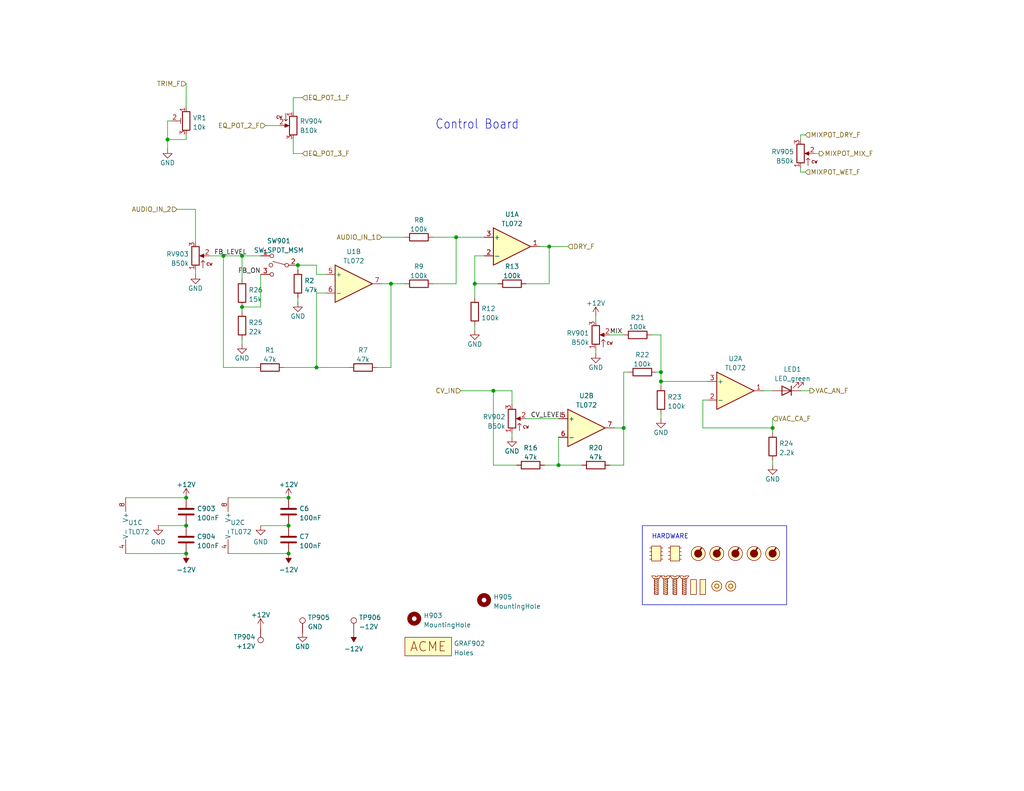
<source format=kicad_sch>
(kicad_sch (version 20230121) (generator eeschema)
  (paper "USLetter")
  (title_block (title "Spring Reverb Rev 2") (company "Music Thing Modular") (comment 1 "Kosmo version by Rich Holmes"))
  (lib_symbols
    (symbol "AO_symbols:C" (pin_numbers hide) (pin_names (offset 0.254))
      (property "Reference" "C" (at 0.635 2.54 0))
      (property "Value" "C" (at 0.635 -2.54 0))
      (symbol "C_0_1"
        (polyline (pts (xy -2.032 -0.762) (xy 2.032 -0.762)) (stroke (width 0.508)))
        (polyline (pts (xy -2.032 0.762) (xy 2.032 0.762)) (stroke (width 0.508)))
      )
      (symbol "C_1_1"
        (pin passive line (at 0 3.81 270) (length 2.794) (name "~") (number "1"))
        (pin passive line (at 0 -3.81 90) (length 2.794) (name "~") (number "2"))
      )
    )
    (symbol "AO_symbols:DIP-8"
      (symbol "DIP-8_0_1"
        (rectangle (start -1.27 2.032) (end 1.27 -2.032) (fill (type background)))
        (polyline (pts (xy -1.27 -1.524) (xy -1.778 -1.524)))
        (polyline (pts (xy -1.27 -0.508) (xy -1.778 -0.508)))
        (polyline (pts (xy -1.27 0.508) (xy -1.778 0.508)))
        (polyline (pts (xy -1.27 1.524) (xy -1.778 1.524)))
        (polyline (pts (xy 1.778 -1.524) (xy 1.27 -1.524)))
        (polyline (pts (xy 1.778 -0.508) (xy 1.27 -0.508)))
        (polyline (pts (xy 1.778 0.508) (xy 1.27 0.508)))
        (polyline (pts (xy 1.778 1.524) (xy 1.27 1.524)))
      )
    )
    (symbol "AO_symbols:Graphic" (pin_names (offset 1.016)) (in_bom no)
      (property "Reference" "GRAF" (at 0 -3.81 0))
      (property "Value" "Graphic" (at 0 3.81 0))
      (symbol "Graphic_0_0"
        (rectangle (start -6.35 2.54) (end 6.35 -2.54) (fill (type background)))
        (text "ACME" (at 0 0 0) (effects (font (size 2.54 2.54))))
      )
    )
    (symbol "AO_symbols:Knob" (on_board no)
      (symbol "Knob_0_1"
        (polyline (pts (xy 0 0.127) (xy 0.889 1.524)) (stroke (width 0.381)))
        (circle (center 0 0) (radius 1.016) (fill (type outline)))
        (circle (center 0 0) (radius 1.9092) (fill (type background)))
      )
    )
    (symbol "AO_symbols:LED_green" (pin_numbers hide) (pin_names (offset 1.016) hide)
      (property "Reference" "D" (at 0 2.54 0))
      (property "Value" "LED_green" (at 0 -2.54 0))
      (symbol "LED_green_0_1"
        (polyline (pts (xy -1.27 -1.27) (xy -1.27 1.27)) (stroke (width 0.254)))
        (polyline (pts (xy -1.27 0) (xy 1.27 0)))
        (polyline (pts (xy 1.27 -1.27) (xy 1.27 1.27) (xy -1.27 0) (xy 1.27 -1.27)) (stroke (width 0.254)))
        (polyline (pts (xy -3.048 -0.762) (xy -4.572 -2.286) (xy -3.81 -2.286) (xy -4.572 -2.286) (xy -4.572 -1.524)))
        (polyline (pts (xy -1.778 -0.762) (xy -3.302 -2.286) (xy -2.54 -2.286) (xy -3.302 -2.286) (xy -3.302 -1.524)))
      )
      (symbol "LED_green_1_1"
        (pin passive line (at -3.81 0 0) (length 2.54) (name "K") (number "1"))
        (pin passive line (at 3.81 0 180) (length 2.54) (name "A") (number "2"))
      )
    )
    (symbol "AO_symbols:MountingHole" (pin_names (offset 1.016)) (in_bom no)
      (property "Reference" "H" (at 0 5.08 0))
      (property "Value" "MountingHole" (at 0 3.175 0))
      (symbol "MountingHole_0_1"
        (circle (center 0 0) (radius 1.27) (stroke (width 1.27)))
      )
    )
    (symbol "AO_symbols:R" (pin_numbers hide) (pin_names (offset 0))
      (property "Reference" "R" (at 2.032 0 90))
      (property "Value" "R" (at 0 0 90))
      (symbol "R_0_1"
        (rectangle (start -1.016 -2.54) (end 1.016 2.54) (stroke (width 0.254)))
      )
      (symbol "R_1_1"
        (pin passive line (at 0 3.81 270) (length 1.27) (name "~") (number "1"))
        (pin passive line (at 0 -3.81 90) (length 1.27) (name "~") (number "2"))
      )
    )
    (symbol "AO_symbols:R_POT" (pin_names (offset 1.016) hide)
      (property "Reference" "RV" (at -4.445 0 90))
      (property "Value" "R_POT" (at -2.54 0 90))
      (symbol "R_POT_0_0"
        (text "CW" (at 3.81 -2.286 0) (effects (font (size 0.762 0.762))))
      )
      (symbol "R_POT_0_1"
        (rectangle (start -1.016 2.54) (end 1.016 -2.54) (stroke (width 0.254)))
        (polyline (pts (xy 2.032 -3.302) (xy 2.032 -1.27)) (stroke (width 0.1524)))
        (polyline (pts (xy 2.54 0) (xy 1.524 0)))
        (polyline (pts (xy 2.54 -1.778) (xy 2.032 -1.27) (xy 1.524 -1.778)) (stroke (width 0.1524)))
        (polyline (pts (xy 1.143 0) (xy 2.286 -0.508) (xy 2.286 0.508) (xy 1.143 0)) (fill (type outline)))
      )
      (symbol "R_POT_1_1"
        (pin passive line (at 0 -3.81 90) (length 1.27) (name "1") (number "1"))
        (pin passive line (at 3.81 0 180) (length 1.27) (name "2") (number "2"))
        (pin passive line (at 0 3.81 270) (length 1.27) (name "3") (number "3"))
      )
    )
    (symbol "AO_symbols:R_POT_TRIM_3296W" (pin_names (offset 1.016) hide)
      (property "Reference" "RV" (at -4.445 0 90))
      (property "Value" "R_POT_TRIM_3296W" (at -2.54 0 90))
      (symbol "R_POT_TRIM_3296W_0_1"
        (polyline (pts (xy 1.524 0.762) (xy 1.524 -0.762)))
        (polyline (pts (xy 2.54 0) (xy 1.524 0)))
        (rectangle (start 1.016 2.54) (end -1.016 -2.54) (stroke (width 0.254)))
      )
      (symbol "R_POT_TRIM_3296W_1_1"
        (pin passive line (at 0 3.81 270) (length 1.27) (name "1") (number "1"))
        (pin passive line (at 3.81 0 180) (length 1.27) (name "2") (number "2"))
        (pin passive line (at 0 -3.81 90) (length 1.27) (name "3") (number "3"))
      )
    )
    (symbol "AO_symbols:SW_SPDT_MSM" (pin_names (offset 0) hide)
      (property "Reference" "SW" (at 0 5.08 0))
      (property "Value" "SW_SPDT_MSM" (at 0 -5.08 0))
      (symbol "SW_SPDT_MSM_0_0"
        (circle (center -2.032 0) (radius 0.508))
        (polyline (pts (xy -1.524 0.127) (xy 1.778 1.016)))
        (circle (center 2.032 -2.54) (radius 0.508))
      )
      (symbol "SW_SPDT_MSM_0_1"
        (circle (center 2.032 2.54) (radius 0.508))
        (circle (center 2.286 0) (radius 0.508))
      )
      (symbol "SW_SPDT_MSM_1_1"
        (pin passive line (at 5.08 2.54 180) (length 2.54) (name "1") (number "1"))
        (pin passive line (at -5.08 0 0) (length 2.54) (name "2") (number "2"))
        (pin passive line (at 5.08 -2.54 180) (length 2.54) (name "3") (number "3"))
      )
    )
    (symbol "AO_symbols:Screw" (on_board no)
      (symbol "Screw_0_1"
        (polyline (pts (xy -0.508 2.032) (xy -0.508 -2.286) (xy 0.508 -2.286) (xy 0.508 2.032)) (fill (type background)))
        (polyline (pts (xy -1.27 2.794) (xy -0.254 2.794) (xy -0.254 2.54) (xy 0.254 2.54) (xy 0.254 2.794) (xy 1.27 2.794) (xy 0.762 2.032) (xy -0.762 2.032) (xy -1.27 2.794)) (fill (type background)))
        (polyline (pts (xy 0.508 2.032) (xy -0.508 1.524) (xy -0.508 1.016) (xy 0.508 1.524) (xy 0.508 1.016) (xy -0.508 0.508) (xy -0.508 0) (xy 0.508 0.508) (xy 0.508 0) (xy -0.508 -0.508) (xy -0.508 -1.016) (xy 0.508 -0.508) (xy 0.508 -1.016) (xy -0.508 -1.524) (xy -0.508 -2.032) (xy 0.508 -1.524) (xy 0.508 -2.032) (xy 0 -2.286)))
      )
    )
    (symbol "AO_symbols:Spacer" (on_board no)
      (symbol "Spacer_0_1"
        (rectangle (start -0.762 1.778) (end 0.762 -2.286) (fill (type background)))
      )
    )
    (symbol "AO_symbols:TL072" (pin_names (offset 0.127))
      (property "Reference" "U" (at 0 5.08 0))
      (property "Value" "TL072" (at 0 -5.08 0))
      (symbol "TL072_1_1"
        (polyline (pts (xy -5.08 5.08) (xy 5.08 0) (xy -5.08 -5.08) (xy -5.08 5.08)) (stroke (width 0.254)) (fill (type background)))
        (pin output line (at 7.62 0 180) (length 2.54) (name "~") (number "1"))
        (pin input line (at -7.62 -2.54 0) (length 2.54) (name "-") (number "2"))
        (pin input line (at -7.62 2.54 0) (length 2.54) (name "+") (number "3"))
      )
      (symbol "TL072_2_1"
        (polyline (pts (xy -5.08 5.08) (xy 5.08 0) (xy -5.08 -5.08) (xy -5.08 5.08)) (stroke (width 0.254)) (fill (type background)))
        (pin input line (at -7.62 2.54 0) (length 2.54) (name "+") (number "5"))
        (pin input line (at -7.62 -2.54 0) (length 2.54) (name "-") (number "6"))
        (pin output line (at 7.62 0 180) (length 2.54) (name "~") (number "7"))
      )
      (symbol "TL072_3_1"
        (pin power_in line (at -2.54 -7.62 90) (length 3.81) (name "V-") (number "4"))
        (pin power_in line (at -2.54 7.62 270) (length 3.81) (name "V+") (number "8"))
      )
    )
    (symbol "AO_symbols:TestPoint" (pin_numbers hide) (pin_names (offset 0.762) hide) (in_bom no)
      (property "Reference" "TP" (at 0 6.858 0))
      (property "Value" "TestPoint" (at 0 5.08 0))
      (symbol "TestPoint_0_1"
        (circle (center 0 3.302) (radius 0.762))
      )
      (symbol "TestPoint_1_1"
        (pin passive line (at 0 0 90) (length 2.54) (name "1") (number "1"))
      )
    )
    (symbol "AO_symbols:Washer" (on_board no)
      (symbol "Washer_0_1"
        (circle (center 0 0) (radius 0.568))
        (circle (center 0 0) (radius 1.3678) (fill (type background)))
      )
    )
    (symbol "power:+12V" (power) (pin_names (offset 0))
      (property "Value" "+12V" (at 0 3.556 0))
      (symbol "+12V_0_1"
        (polyline (pts (xy -0.762 1.27) (xy 0 2.54)))
        (polyline (pts (xy 0 0) (xy 0 2.54)))
        (polyline (pts (xy 0 2.54) (xy 0.762 1.27)))
      )
      (symbol "+12V_1_1"
        (pin power_in line (at 0 0 90) (length 0) hide (name "+12V") (number "1"))
      )
    )
    (symbol "power:-12V" (power) (pin_names (offset 0))
      (property "Value" "-12V" (at 0 3.81 0))
      (symbol "-12V_0_0"
        (pin power_in line (at 0 0 90) (length 0) hide (name "-12V") (number "1"))
      )
      (symbol "-12V_0_1"
        (polyline (pts (xy 0 0) (xy 0 1.27) (xy 0.762 1.27) (xy 0 2.54) (xy -0.762 1.27) (xy 0 1.27)) (fill (type outline)))
      )
    )
    (symbol "power:GND" (power) (pin_names (offset 0))
      (property "Value" "GND" (at 0 -3.81 0))
      (symbol "GND_0_1"
        (polyline (pts (xy 0 0) (xy 0 -1.27) (xy 1.27 -1.27) (xy 0 -2.54) (xy -1.27 -1.27) (xy 0 -1.27)))
      )
      (symbol "GND_1_1"
        (pin power_in line (at 0 0 270) (length 0) hide (name "GND") (number "1"))
      )
    )
  )
  (junction (at 50.8 143.51))
  (junction (at 45.72 38.1))
  (junction (at 78.74 143.51))
  (junction (at 78.74 151.13))
  (junction (at 170.18 116.84))
  (junction (at 180.34 101.6))
  (junction (at 66.04 83.82))
  (junction (at 78.74 135.89))
  (junction (at 134.62 106.68))
  (junction (at 124.46 64.77))
  (junction (at 180.34 104.14))
  (junction (at 149.86 67.31))
  (junction (at 50.8 135.89))
  (junction (at 129.54 77.47))
  (junction (at 86.36 100.33))
  (junction (at 81.28 72.39))
  (junction (at 106.68 77.47))
  (junction (at 66.04 69.85))
  (junction (at 60.96 69.85))
  (junction (at 210.82 116.84))
  (junction (at 50.8 151.13))
  (junction (at 152.4 127))
  (wire (pts (xy 124.46 64.77) (xy 132.08 64.77)))
  (wire (pts (xy 34.29 151.13) (xy 50.8 151.13)))
  (wire (pts (xy 166.37 91.44) (xy 170.18 91.44)))
  (wire (pts (xy 43.18 143.51) (xy 50.8 143.51)))
  (wire (pts (xy 80.01 41.91) (xy 80.01 38.1)))
  (wire (pts (xy 219.71 36.83) (xy 218.44 36.83)))
  (wire (pts (xy 71.12 143.51) (xy 78.74 143.51)))
  (wire (pts (xy 134.62 106.68) (xy 134.62 127)))
  (wire (pts (xy 129.54 69.85) (xy 132.08 69.85)))
  (wire (pts (xy 86.36 80.01) (xy 88.9 80.01)))
  (wire (pts (xy 222.25 41.91) (xy 223.52 41.91)))
  (wire (pts (xy 60.96 100.33) (xy 69.85 100.33)))
  (wire (pts (xy 139.7 110.49) (xy 139.7 106.68)))
  (wire (pts (xy 102.87 100.33) (xy 106.68 100.33)))
  (wire (pts (xy 152.4 127) (xy 158.75 127)))
  (wire (pts (xy 124.46 77.47) (xy 124.46 64.77)))
  (wire (pts (xy 62.23 135.89) (xy 78.74 135.89)))
  (wire (pts (xy 50.8 36.83) (xy 50.8 38.1)))
  (wire (pts (xy 162.56 86.36) (xy 162.56 87.63)))
  (wire (pts (xy 148.59 127) (xy 152.4 127)))
  (wire (pts (xy 60.96 100.33) (xy 60.96 69.85)))
  (wire (pts (xy 80.01 26.67) (xy 80.01 30.48)))
  (wire (pts (xy 167.64 116.84) (xy 170.18 116.84)))
  (wire (pts (xy 57.15 69.85) (xy 60.96 69.85)))
  (wire (pts (xy 53.34 73.66) (xy 53.34 74.93)))
  (wire (pts (xy 45.72 38.1) (xy 50.8 38.1)))
  (wire (pts (xy 152.4 119.38) (xy 152.4 127)))
  (wire (pts (xy 46.99 33.02) (xy 45.72 33.02)))
  (wire (pts (xy 34.29 135.89) (xy 50.8 135.89)))
  (wire (pts (xy 134.62 106.68) (xy 125.73 106.68)))
  (wire (pts (xy 53.34 57.15) (xy 53.34 66.04)))
  (wire (pts (xy 82.55 41.91) (xy 80.01 41.91)))
  (wire (pts (xy 129.54 77.47) (xy 129.54 69.85)))
  (wire (pts (xy 139.7 106.68) (xy 134.62 106.68)))
  (wire (pts (xy 180.34 91.44) (xy 180.34 101.6)))
  (wire (pts (xy 106.68 77.47) (xy 110.49 77.47)))
  (wire (pts (xy 179.07 101.6) (xy 180.34 101.6)))
  (wire (pts (xy 62.23 151.13) (xy 78.74 151.13)))
  (wire (pts (xy 106.68 100.33) (xy 106.68 77.47)))
  (wire (pts (xy 118.11 77.47) (xy 124.46 77.47)))
  (wire (pts (xy 180.34 113.03) (xy 180.34 114.3)))
  (wire (pts (xy 129.54 77.47) (xy 129.54 81.28)))
  (wire (pts (xy 191.77 116.84) (xy 210.82 116.84)))
  (wire (pts (xy 143.51 114.3) (xy 152.4 114.3)))
  (wire (pts (xy 50.8 22.86) (xy 50.8 29.21)))
  (wire (pts (xy 210.82 114.3) (xy 210.82 116.84)))
  (wire (pts (xy 218.44 106.68) (xy 220.98 106.68)))
  (wire (pts (xy 149.86 77.47) (xy 149.86 67.31)))
  (wire (pts (xy 129.54 88.9) (xy 129.54 90.17)))
  (wire (pts (xy 218.44 46.99) (xy 219.71 46.99)))
  (wire (pts (xy 48.26 57.15) (xy 53.34 57.15)))
  (wire (pts (xy 180.34 104.14) (xy 180.34 105.41)))
  (wire (pts (xy 143.51 77.47) (xy 149.86 77.47)))
  (wire (pts (xy 218.44 45.72) (xy 218.44 46.99)))
  (wire (pts (xy 170.18 101.6) (xy 171.45 101.6)))
  (wire (pts (xy 180.34 104.14) (xy 193.04 104.14)))
  (wire (pts (xy 45.72 33.02) (xy 45.72 38.1)))
  (wire (pts (xy 86.36 72.39) (xy 81.28 72.39)))
  (wire (pts (xy 77.47 100.33) (xy 86.36 100.33)))
  (wire (pts (xy 86.36 80.01) (xy 86.36 100.33)))
  (wire (pts (xy 66.04 83.82) (xy 66.04 85.09)))
  (wire (pts (xy 218.44 36.83) (xy 218.44 38.1)))
  (wire (pts (xy 139.7 118.11) (xy 139.7 119.38)))
  (wire (pts (xy 81.28 72.39) (xy 81.28 73.66)))
  (wire (pts (xy 71.12 69.85) (xy 66.04 69.85)))
  (wire (pts (xy 210.82 125.73) (xy 210.82 127)))
  (wire (pts (xy 208.28 106.68) (xy 210.82 106.68)))
  (wire (pts (xy 82.55 26.67) (xy 80.01 26.67)))
  (wire (pts (xy 81.28 81.28) (xy 81.28 82.55)))
  (wire (pts (xy 129.54 77.47) (xy 135.89 77.47)))
  (wire (pts (xy 149.86 67.31) (xy 154.94 67.31)))
  (wire (pts (xy 71.12 83.82) (xy 71.12 74.93)))
  (wire (pts (xy 86.36 100.33) (xy 95.25 100.33)))
  (wire (pts (xy 86.36 74.93) (xy 86.36 72.39)))
  (wire (pts (xy 66.04 92.71) (xy 66.04 93.98)))
  (wire (pts (xy 180.34 101.6) (xy 180.34 104.14)))
  (wire (pts (xy 60.96 69.85) (xy 66.04 69.85)))
  (wire (pts (xy 72.39 34.29) (xy 76.2 34.29)))
  (wire (pts (xy 170.18 101.6) (xy 170.18 116.84)))
  (wire (pts (xy 166.37 127) (xy 170.18 127)))
  (wire (pts (xy 66.04 83.82) (xy 71.12 83.82)))
  (wire (pts (xy 177.8 91.44) (xy 180.34 91.44)))
  (wire (pts (xy 66.04 69.85) (xy 66.04 76.2)))
  (wire (pts (xy 88.9 74.93) (xy 86.36 74.93)))
  (wire (pts (xy 106.68 77.47) (xy 104.14 77.47)))
  (wire (pts (xy 162.56 95.25) (xy 162.56 96.52)))
  (wire (pts (xy 149.86 67.31) (xy 147.32 67.31)))
  (wire (pts (xy 191.77 109.22) (xy 191.77 116.84)))
  (wire (pts (xy 134.62 127) (xy 140.97 127)))
  (wire (pts (xy 210.82 116.84) (xy 210.82 118.11)))
  (wire (pts (xy 118.11 64.77) (xy 124.46 64.77)))
  (wire (pts (xy 191.77 109.22) (xy 193.04 109.22)))
  (wire (pts (xy 104.14 64.77) (xy 110.49 64.77)))
  (wire (pts (xy 45.72 38.1) (xy 45.72 40.64)))
  (wire (pts (xy 170.18 127) (xy 170.18 116.84)))
  (rectangle (start 175.26 143.51) (end 214.63 165.1))
  (text "HARDWARE" (at 177.8 147.32 0) (effects (font (size 1.27 1.27)) (justify left bottom)))
  (text "Control Board" (at 118.745 35.56 0) (effects (font (size 2.54 2.159)) (justify left bottom)))
  (label "MIX" (at 166.37 91.44 0))
  (label "CV_LEVEL" (at 144.78 114.3 0))
  (label "FB_LEVEL" (at 58.42 69.85 0))
  (label "FB_ON" (at 71.12 74.93 180))
  (hierarchical_label "CV_IN" (shape input) (at 125.73 106.68 180))
  (hierarchical_label "AUDIO_IN_2" (shape input) (at 48.26 57.15 180))
  (hierarchical_label "MIXPOT_MIX_F" (shape output) (at 223.52 41.91 0))
  (hierarchical_label "EQ_POT_2_F" (shape input) (at 72.39 34.29 180))
  (hierarchical_label "AUDIO_IN_1" (shape input) (at 104.14 64.77 180))
  (hierarchical_label "VAC_CA_F" (shape input) (at 210.82 114.3 0))
  (hierarchical_label "TRIM_F" (shape input) (at 50.8 22.86 180))
  (hierarchical_label "VAC_AN_F" (shape output) (at 220.98 106.68 0))
  (hierarchical_label "MIXPOT_DRY_F" (shape input) (at 219.71 36.83 0))
  (hierarchical_label "EQ_POT_1_F" (shape input) (at 82.55 26.67 0))
  (hierarchical_label "MIXPOT_WET_F" (shape input) (at 219.71 46.99 0))
  (hierarchical_label "EQ_POT_3_F" (shape input) (at 82.55 41.91 0))
  (hierarchical_label "DRY_F" (shape input) (at 154.94 67.31 0))
  (symbol (lib_id "AO_symbols:R") (at 144.78 127 90) (unit 1)
    (property "Reference" "R16" (at 144.78 122.2842 90))
    (property "Value" "47k" (at 144.78 124.8211 90))
    (property "Footprint" "AO_tht:R_Axial_DIN0207_L6.3mm_D2.5mm_P10.16mm_Horizontal" (effects hide))
    (property "Vendor" "Tayda" (effects hide))
  )
  (symbol (lib_id "AO_symbols:TL072") (at 96.52 77.47 0) (unit 2)
    (property "Reference" "U1" (at 96.52 68.6902 0))
    (property "Value" "TL072" (at 96.52 71.2271 0))
    (property "Footprint" "AO_tht:DIP-8_W7.62mm_Socket_LongPads" (effects hide))
    (property "Vendor" "Tayda" (effects hide))
    (property "SKU" "A-037" (effects hide))
  )
  (symbol (lib_id "power:GND") (at 162.56 96.52 0) (unit 1)
    (property "Reference" "#SUPPLY015" (effects hide))
    (property "Value" "GND" (at 162.56 100.33 0))
  )
  (symbol (lib_id "AO_symbols:Screw") (at 181.61 160.02 0) (unit 1) (on_board no)
    (property "Reference" "ZSC902" (effects hide))
    (property "Value" "Screw" (effects hide))
    (property "Description" "M3 6 mm screw" (effects hide))
  )
  (symbol (lib_id "AO_symbols:TL072") (at 200.66 106.68 0) (unit 1)
    (property "Reference" "U2" (at 200.66 97.9002 0))
    (property "Value" "TL072" (at 200.66 100.4371 0))
    (property "Footprint" "AO_tht:DIP-8_W7.62mm_Socket_LongPads" (effects hide))
    (property "Vendor" "Tayda" (effects hide))
    (property "SKU" "A-037" (effects hide))
  )
  (symbol (lib_id "power:-12V") (at 50.8 151.13 180) (unit 1)
    (property "Reference" "#PWR0906" (effects hide))
    (property "Value" "-12V" (at 50.8 155.5734 0))
  )
  (symbol (lib_id "AO_symbols:R") (at 114.3 64.77 90) (unit 1)
    (property "Reference" "R8" (at 114.3 60.0542 90))
    (property "Value" "100k" (at 114.3 62.5911 90))
    (property "Footprint" "AO_tht:R_Axial_DIN0207_L6.3mm_D2.5mm_P10.16mm_Horizontal" (effects hide))
    (property "Vendor" "Tayda" (effects hide))
  )
  (symbol (lib_id "AO_symbols:R_POT") (at 53.34 69.85 0) (unit 1)
    (property "Reference" "RV903" (at 51.562 69.3709 0) (effects (justify right)))
    (property "Value" "B50k" (at 51.562 71.9078 0) (effects (justify right)))
    (property "Footprint" "AO_tht:Potentiometer_Alpha_16mm_Single_Vertical" (effects hide))
    (property "Vendor" "Tayda" (effects hide))
  )
  (symbol (lib_id "AO_symbols:R") (at 175.26 101.6 90) (unit 1)
    (property "Reference" "R22" (at 175.26 96.8842 90))
    (property "Value" "100k" (at 175.26 99.4211 90))
    (property "Footprint" "AO_tht:R_Axial_DIN0207_L6.3mm_D2.5mm_P10.16mm_Horizontal" (effects hide))
    (property "Vendor" "Tayda" (effects hide))
  )
  (symbol (lib_id "AO_symbols:R") (at 66.04 88.9 0) (unit 1)
    (property "Reference" "R25" (at 67.818 88.0653 0) (effects (justify left)))
    (property "Value" "22k" (at 67.818 90.6022 0) (effects (justify left)))
    (property "Footprint" "AO_tht:R_Axial_DIN0207_L6.3mm_D2.5mm_P10.16mm_Horizontal" (effects hide))
    (property "Vendor" "Tayda" (effects hide))
  )
  (symbol (lib_id "AO_symbols:R") (at 162.56 127 90) (unit 1)
    (property "Reference" "R20" (at 162.56 122.2842 90))
    (property "Value" "47k" (at 162.56 124.8211 90))
    (property "Footprint" "AO_tht:R_Axial_DIN0207_L6.3mm_D2.5mm_P10.16mm_Horizontal" (effects hide))
    (property "Vendor" "Tayda" (effects hide))
  )
  (symbol (lib_id "AO_symbols:R") (at 173.99 91.44 90) (unit 1)
    (property "Reference" "R21" (at 173.99 86.7242 90))
    (property "Value" "100k" (at 173.99 89.2611 90))
    (property "Footprint" "AO_tht:R_Axial_DIN0207_L6.3mm_D2.5mm_P10.16mm_Horizontal" (effects hide))
    (property "Vendor" "Tayda" (effects hide))
  )
  (symbol (lib_id "AO_symbols:DIP-8") (at 184.15 151.13 0) (unit 1)
    (property "Reference" "J916" (effects hide))
    (property "Value" "DIP-8" (effects hide))
  )
  (symbol (lib_id "AO_symbols:R") (at 81.28 77.47 0) (unit 1)
    (property "Reference" "R2" (at 83.058 76.6353 0) (effects (justify left)))
    (property "Value" "47k" (at 83.058 79.1722 0) (effects (justify left)))
    (property "Footprint" "AO_tht:R_Axial_DIN0207_L6.3mm_D2.5mm_P10.16mm_Horizontal" (effects hide))
    (property "Vendor" "Tayda" (effects hide))
  )
  (symbol (lib_id "power:GND") (at 139.7 119.38 0) (unit 1)
    (property "Reference" "#SUPPLY013" (effects hide))
    (property "Value" "GND" (at 139.7 123.19 0))
  )
  (symbol (lib_id "AO_symbols:R") (at 210.82 121.92 0) (unit 1)
    (property "Reference" "R24" (at 212.598 121.0853 0) (effects (justify left)))
    (property "Value" "2.2k" (at 212.598 123.6222 0) (effects (justify left)))
    (property "Footprint" "AO_tht:R_Axial_DIN0207_L6.3mm_D2.5mm_P10.16mm_Horizontal" (effects hide))
    (property "Vendor" "Tayda" (effects hide))
  )
  (symbol (lib_id "AO_symbols:R_POT") (at 139.7 114.3 0) (unit 1)
    (property "Reference" "RV902" (at 137.922 113.8209 0) (effects (justify right)))
    (property "Value" "B50k" (at 137.922 116.3578 0) (effects (justify right)))
    (property "Footprint" "AO_tht:Potentiometer_Alpha_16mm_Single_Vertical" (effects hide))
    (property "Vendor" "Tayda" (effects hide))
  )
  (symbol (lib_id "AO_symbols:Knob") (at 200.66 151.13 0) (unit 1) (on_board no)
    (property "Reference" "ZKN903" (effects hide))
    (property "Value" "Knob_MF-A01" (effects hide))
    (property "Description" "MF-A01 knob" (effects hide))
  )
  (symbol (lib_id "AO_symbols:R") (at 114.3 77.47 90) (unit 1)
    (property "Reference" "R9" (at 114.3 72.7542 90))
    (property "Value" "100k" (at 114.3 75.2911 90))
    (property "Footprint" "AO_tht:R_Axial_DIN0207_L6.3mm_D2.5mm_P10.16mm_Horizontal" (effects hide))
    (property "Vendor" "Tayda" (effects hide))
  )
  (symbol (lib_id "AO_symbols:R_POT_TRIM_3296W") (at 50.8 33.02 0) (mirror y) (unit 1)
    (property "Reference" "VR1" (at 52.578 32.1853 0) (effects (justify right)))
    (property "Value" "10k" (at 52.578 34.7222 0) (effects (justify right)))
    (property "Footprint" "AO_tht:Potentiometer_Bourns_3362P_Vertical_screw_centered" (effects hide))
    (property "Vendor" "Tayda" (effects hide))
  )
  (symbol (lib_id "AO_symbols:Knob") (at 205.74 151.13 0) (unit 1) (on_board no)
    (property "Reference" "ZKN904" (effects hide))
    (property "Value" "Knob_MF-A01" (effects hide))
    (property "Description" "MF-A01 knob" (effects hide))
  )
  (symbol (lib_id "AO_symbols:R") (at 139.7 77.47 90) (unit 1)
    (property "Reference" "R13" (at 139.7 72.7542 90))
    (property "Value" "100k" (at 139.7 75.2911 90))
    (property "Footprint" "AO_tht:R_Axial_DIN0207_L6.3mm_D2.5mm_P10.16mm_Horizontal" (effects hide))
    (property "Vendor" "Tayda" (effects hide))
  )
  (symbol (lib_id "power:GND") (at 81.28 82.55 0) (unit 1)
    (property "Reference" "#SUPPLY012" (effects hide))
    (property "Value" "GND" (at 81.28 86.36 0))
  )
  (symbol (lib_id "AO_symbols:Screw") (at 179.07 160.02 0) (unit 1) (on_board no)
    (property "Reference" "ZSC901" (effects hide))
    (property "Value" "Screw" (effects hide))
    (property "Description" "M3 6 mm screw" (effects hide))
  )
  (symbol (lib_id "power:-12V") (at 96.52 172.72 180) (unit 1)
    (property "Reference" "#PWR0149" (effects hide))
    (property "Value" "-12V" (at 96.52 177.1634 0))
  )
  (symbol (lib_id "AO_symbols:Knob") (at 210.82 151.13 0) (unit 1) (on_board no)
    (property "Reference" "ZKN905" (effects hide))
    (property "Value" "Knob_MF-A01" (effects hide))
    (property "Description" "MF-A01 knob" (effects hide))
  )
  (symbol (lib_id "AO_symbols:C") (at 50.8 139.7 0) (unit 1)
    (property "Reference" "C903" (at 53.721 138.8653 0) (effects (justify left)))
    (property "Value" "100nF" (at 53.721 141.4022 0) (effects (justify left)))
    (property "Footprint" "AO_tht:C_Disc_D3.0mm_W1.6mm_P2.50mm" (effects hide))
    (property "Vendor" "Tayda" (effects hide))
    (property "Description" "Ceramic capacitor" (effects hide))
  )
  (symbol (lib_id "power:+12V") (at 50.8 135.89 0) (unit 1)
    (property "Reference" "#PWR0905" (effects hide))
    (property "Value" "+12V" (at 50.8 132.3142 0))
  )
  (symbol (lib_id "power:GND") (at 82.55 172.72 0) (unit 1)
    (property "Reference" "#SUPPLY0102" (effects hide))
    (property "Value" "GND" (at 82.55 176.53 0))
  )
  (symbol (lib_id "power:GND") (at 45.72 40.64 0) (unit 1)
    (property "Reference" "#SUPPLY0101" (effects hide))
    (property "Value" "GND" (at 45.72 44.45 0))
  )
  (symbol (lib_id "AO_symbols:R") (at 66.04 80.01 0) (unit 1)
    (property "Reference" "R26" (at 67.818 79.1753 0) (effects (justify left)))
    (property "Value" "15k" (at 67.818 81.7122 0) (effects (justify left)))
    (property "Footprint" "AO_tht:R_Axial_DIN0207_L6.3mm_D2.5mm_P10.16mm_Horizontal" (effects hide))
    (property "Vendor" "Tayda" (effects hide))
  )
  (symbol (lib_id "AO_symbols:Washer") (at 195.58 160.02 0) (unit 1) (on_board no)
    (property "Reference" "ZWA901" (effects hide))
    (property "Value" "Washer" (effects hide))
    (property "Description" "M3 washer" (effects hide))
  )
  (symbol (lib_id "AO_symbols:C") (at 78.74 147.32 0) (unit 1)
    (property "Reference" "C7" (at 81.661 146.4853 0) (effects (justify left)))
    (property "Value" "100nF" (at 81.661 149.0222 0) (effects (justify left)))
    (property "Footprint" "AO_tht:C_Disc_D3.0mm_W1.6mm_P2.50mm" (effects hide))
    (property "Vendor" "Tayda" (effects hide))
    (property "Description" "Ceramic capacitor" (effects hide))
  )
  (symbol (lib_id "AO_symbols:C") (at 50.8 147.32 0) (unit 1)
    (property "Reference" "C904" (at 53.721 146.4853 0) (effects (justify left)))
    (property "Value" "100nF" (at 53.721 149.0222 0) (effects (justify left)))
    (property "Footprint" "AO_tht:C_Disc_D3.0mm_W1.6mm_P2.50mm" (effects hide))
    (property "Vendor" "Tayda" (effects hide))
    (property "Description" "Ceramic capacitor" (effects hide))
  )
  (symbol (lib_id "AO_symbols:R") (at 180.34 109.22 0) (unit 1)
    (property "Reference" "R23" (at 182.118 108.3853 0) (effects (justify left)))
    (property "Value" "100k" (at 182.118 110.9222 0) (effects (justify left)))
    (property "Footprint" "AO_tht:R_Axial_DIN0207_L6.3mm_D2.5mm_P10.16mm_Horizontal" (effects hide))
    (property "Vendor" "Tayda" (effects hide))
  )
  (symbol (lib_id "AO_symbols:R_POT") (at 162.56 91.44 0) (unit 1)
    (property "Reference" "RV901" (at 160.782 90.9609 0) (effects (justify right)))
    (property "Value" "B50k" (at 160.782 93.4978 0) (effects (justify right)))
    (property "Footprint" "AO_tht:Potentiometer_Alpha_16mm_Single_Vertical" (effects hide))
    (property "Vendor" "Tayda" (effects hide))
  )
  (symbol (lib_id "AO_symbols:TestPoint") (at 82.55 172.72 0) (unit 1) (in_bom no)
    (property "Reference" "TP905" (at 83.947 168.5833 0) (effects (justify left)))
    (property "Value" "GND" (at 83.947 171.1202 0) (effects (justify left)))
    (property "Footprint" "AO_tht:TestPoint_THTPad_D1.5mm_Drill0.7mm" (effects hide))
    (property "Config" "DNF" (effects hide))
  )
  (symbol (lib_id "AO_symbols:Knob") (at 190.5 151.13 0) (unit 1) (on_board no)
    (property "Reference" "ZKN901" (effects hide))
    (property "Value" "Knob_MF-A04" (effects hide))
    (property "Description" "MF-A04 knob" (effects hide))
  )
  (symbol (lib_id "AO_symbols:R_POT") (at 218.44 41.91 0) (unit 1)
    (property "Reference" "RV905" (at 216.662 41.4309 0) (effects (justify right)))
    (property "Value" "B50k" (at 216.662 43.9678 0) (effects (justify right)))
    (property "Footprint" "AO_tht:Potentiometer_Alpha_16mm_Single_Vertical" (effects hide))
    (property "Vendor" "Tayda" (effects hide))
  )
  (symbol (lib_id "AO_symbols:TL072") (at 64.77 143.51 0) (unit 3)
    (property "Reference" "U2" (at 62.865 142.6753 0) (effects (justify left)))
    (property "Value" "TL072" (at 62.865 145.2122 0) (effects (justify left)))
    (property "Footprint" "AO_tht:DIP-8_W7.62mm_Socket_LongPads" (effects hide))
    (property "Vendor" "Tayda" (effects hide))
    (property "SKU" "A-037" (effects hide))
  )
  (symbol (lib_id "AO_symbols:R_POT") (at 80.01 34.29 180) (unit 1)
    (property "Reference" "RV904" (at 81.788 33.0997 0) (effects (justify right)))
    (property "Value" "B10k" (at 81.788 35.6366 0) (effects (justify right)))
    (property "Footprint" "AO_tht:Potentiometer_Alpha_16mm_Single_Vertical" (effects hide))
    (property "Vendor" "Tayda" (effects hide))
  )
  (symbol (lib_id "AO_symbols:TestPoint") (at 96.52 172.72 0) (unit 1) (in_bom no)
    (property "Reference" "TP906" (at 97.917 168.5833 0) (effects (justify left)))
    (property "Value" "-12V" (at 97.917 171.1202 0) (effects (justify left)))
    (property "Footprint" "AO_tht:TestPoint_THTPad_D1.5mm_Drill0.7mm" (effects hide))
    (property "Config" "DNF" (effects hide))
  )
  (symbol (lib_id "AO_symbols:DIP-8") (at 179.07 151.13 0) (unit 1)
    (property "Reference" "J915" (effects hide))
    (property "Value" "DIP-8" (effects hide))
  )
  (symbol (lib_id "AO_symbols:Screw") (at 186.69 160.02 0) (unit 1) (on_board no)
    (property "Reference" "ZSC904" (effects hide))
    (property "Value" "Screw" (effects hide))
    (property "Description" "M3 6 mm screw" (effects hide))
  )
  (symbol (lib_id "power:+12V") (at 162.56 86.36 0) (unit 1)
    (property "Reference" "#PWR0112" (effects hide))
    (property "Value" "+12V" (at 162.56 82.7842 0))
  )
  (symbol (lib_id "AO_symbols:LED_green") (at 214.63 106.68 180) (unit 1)
    (property "Reference" "LED1" (at 216.2175 100.8212 0))
    (property "Value" "LED_green" (at 216.2175 103.3581 0))
    (property "Footprint" "AO_tht:LED_D5.0mm" (effects hide))
    (property "Vendor" "Tayda" (effects hide))
    (property "SKU" "A-1553" (effects hide))
  )
  (symbol (lib_id "power:+12V") (at 71.12 171.45 0) (unit 1)
    (property "Reference" "#PWR0150" (effects hide))
    (property "Value" "+12V" (at 71.12 167.8742 0))
  )
  (symbol (lib_id "AO_symbols:TL072") (at 160.02 116.84 0) (unit 2)
    (property "Reference" "U2" (at 160.02 108.0602 0))
    (property "Value" "TL072" (at 160.02 110.5971 0))
    (property "Footprint" "AO_tht:DIP-8_W7.62mm_Socket_LongPads" (effects hide))
    (property "Vendor" "Tayda" (effects hide))
    (property "SKU" "A-037" (effects hide))
  )
  (symbol (lib_id "power:GND") (at 210.82 127 0) (unit 1)
    (property "Reference" "#SUPPLY017" (effects hide))
    (property "Value" "GND" (at 210.82 130.81 0))
  )
  (symbol (lib_id "power:GND") (at 53.34 74.93 0) (unit 1)
    (property "Reference" "#SUPPLY03" (effects hide))
    (property "Value" "GND" (at 53.34 78.74 0))
  )
  (symbol (lib_id "AO_symbols:C") (at 78.74 139.7 0) (unit 1)
    (property "Reference" "C6" (at 81.661 138.8653 0) (effects (justify left)))
    (property "Value" "100nF" (at 81.661 141.4022 0) (effects (justify left)))
    (property "Footprint" "AO_tht:C_Disc_D3.0mm_W1.6mm_P2.50mm" (effects hide))
    (property "Vendor" "Tayda" (effects hide))
    (property "Description" "Ceramic capacitor" (effects hide))
  )
  (symbol (lib_id "AO_symbols:R") (at 99.06 100.33 90) (unit 1)
    (property "Reference" "R7" (at 99.06 95.6142 90))
    (property "Value" "47k" (at 99.06 98.1511 90))
    (property "Footprint" "AO_tht:R_Axial_DIN0207_L6.3mm_D2.5mm_P10.16mm_Horizontal" (effects hide))
    (property "Vendor" "Tayda" (effects hide))
  )
  (symbol (lib_id "power:-12V") (at 78.74 151.13 180) (unit 1)
    (property "Reference" "#PWR0114" (effects hide))
    (property "Value" "-12V" (at 78.74 155.5734 0))
  )
  (symbol (lib_id "AO_symbols:TestPoint") (at 71.12 171.45 0) (mirror x) (unit 1) (in_bom no)
    (property "Reference" "TP904" (at 69.723 173.9173 0) (effects (justify right)))
    (property "Value" "+12V" (at 69.723 176.4542 0) (effects (justify right)))
    (property "Footprint" "AO_tht:TestPoint_THTPad_D1.5mm_Drill0.7mm" (effects hide))
    (property "Config" "DNF" (effects hide))
  )
  (symbol (lib_id "power:GND") (at 43.18 143.51 0) (unit 1)
    (property "Reference" "#PWR0904" (effects hide))
    (property "Value" "GND" (at 43.18 147.9534 0))
  )
  (symbol (lib_id "power:GND") (at 129.54 90.17 0) (unit 1)
    (property "Reference" "#SUPPLY010" (effects hide))
    (property "Value" "GND" (at 129.54 93.98 0))
  )
  (symbol (lib_id "AO_symbols:TL072") (at 36.83 143.51 0) (unit 3)
    (property "Reference" "U1" (at 34.925 142.6753 0) (effects (justify left)))
    (property "Value" "TL072" (at 34.925 145.2122 0) (effects (justify left)))
    (property "Footprint" "AO_tht:DIP-8_W7.62mm_Socket_LongPads" (effects hide))
    (property "Vendor" "Tayda" (effects hide))
    (property "SKU" "A-037" (effects hide))
  )
  (symbol (lib_id "AO_symbols:Screw") (at 184.15 160.02 0) (unit 1) (on_board no)
    (property "Reference" "ZSC903" (effects hide))
    (property "Value" "Screw" (effects hide))
    (property "Description" "M3 6 mm screw" (effects hide))
  )
  (symbol (lib_id "AO_symbols:Graphic") (at 116.84 176.53 0) (unit 1) (in_bom no)
    (property "Reference" "GRAF902" (at 123.825 175.6953 0) (effects (justify left)))
    (property "Value" "Holes" (at 123.825 178.2322 0) (effects (justify left)))
    (property "Footprint" "springreverb:springreverb_panel_holes" (effects hide))
    (property "Config" "DNF" (effects hide))
  )
  (symbol (lib_id "power:+12V") (at 78.74 135.89 0) (unit 1)
    (property "Reference" "#PWR0115" (effects hide))
    (property "Value" "+12V" (at 78.74 132.3142 0))
  )
  (symbol (lib_id "AO_symbols:MountingHole") (at 132.08 163.83 0) (unit 1) (in_bom no)
    (property "Reference" "H905" (at 134.62 162.9953 0) (effects (justify left)))
    (property "Value" "MountingHole" (at 134.62 165.5322 0) (effects (justify left)))
    (property "Footprint" "AO_tht:MountingHole_3.2mm_M3" (effects hide))
    (property "Config" "DNF" (effects hide))
  )
  (symbol (lib_id "AO_symbols:Washer") (at 199.39 160.02 0) (unit 1) (on_board no)
    (property "Reference" "ZWA902" (effects hide))
    (property "Value" "Washer" (effects hide))
    (property "Description" "M3 washer" (effects hide))
  )
  (symbol (lib_id "AO_symbols:Knob") (at 195.58 151.13 0) (unit 1) (on_board no)
    (property "Reference" "ZKN902" (effects hide))
    (property "Value" "Knob_MF-A03" (effects hide))
    (property "Description" "MF-A03 knob" (effects hide))
  )
  (symbol (lib_id "AO_symbols:MountingHole") (at 113.03 168.91 0) (unit 1) (in_bom no)
    (property "Reference" "H903" (at 115.57 168.0753 0) (effects (justify left)))
    (property "Value" "MountingHole" (at 115.57 170.6122 0) (effects (justify left)))
    (property "Footprint" "AO_tht:MountingHole_3.2mm_M3" (effects hide))
    (property "Config" "DNF" (effects hide))
  )
  (symbol (lib_id "AO_symbols:R") (at 129.54 85.09 0) (unit 1)
    (property "Reference" "R12" (at 131.318 84.2553 0) (effects (justify left)))
    (property "Value" "100k" (at 131.318 86.7922 0) (effects (justify left)))
    (property "Footprint" "AO_tht:R_Axial_DIN0207_L6.3mm_D2.5mm_P10.16mm_Horizontal" (effects hide))
    (property "Vendor" "Tayda" (effects hide))
  )
  (symbol (lib_id "power:GND") (at 66.04 93.98 0) (unit 1)
    (property "Reference" "#SUPPLY04" (effects hide))
    (property "Value" "GND" (at 66.04 97.79 0))
  )
  (symbol (lib_id "AO_symbols:TL072") (at 139.7 67.31 0) (unit 1)
    (property "Reference" "U1" (at 139.7 58.5302 0))
    (property "Value" "TL072" (at 139.7 61.0671 0))
    (property "Footprint" "AO_tht:DIP-8_W7.62mm_Socket_LongPads" (effects hide))
    (property "Vendor" "Tayda" (effects hide))
    (property "SKU" "A-037" (effects hide))
  )
  (symbol (lib_id "AO_symbols:R") (at 73.66 100.33 90) (unit 1)
    (property "Reference" "R1" (at 73.66 95.6142 90))
    (property "Value" "47k" (at 73.66 98.1511 90))
    (property "Footprint" "AO_tht:R_Axial_DIN0207_L6.3mm_D2.5mm_P10.16mm_Horizontal" (effects hide))
    (property "Vendor" "Tayda" (effects hide))
  )
  (symbol (lib_id "power:GND") (at 71.12 143.51 0) (unit 1)
    (property "Reference" "#PWR0113" (effects hide))
    (property "Value" "GND" (at 71.12 147.9534 0))
  )
  (symbol (lib_id "AO_symbols:Spacer") (at 191.77 160.02 0) (unit 1) (on_board no)
    (property "Reference" "ZSP902" (effects hide))
    (property "Value" "Spacer" (effects hide))
    (property "Description" "M3 10 mm FF spacer" (effects hide))
  )
  (symbol (lib_id "power:GND") (at 180.34 114.3 0) (unit 1)
    (property "Reference" "#SUPPLY016" (effects hide))
    (property "Value" "GND" (at 180.34 118.11 0))
  )
  (symbol (lib_id "AO_symbols:Spacer") (at 189.23 160.02 0) (unit 1) (on_board no)
    (property "Reference" "ZSP901" (effects hide))
    (property "Value" "Spacer" (effects hide))
    (property "Description" "M3 10 mm FF spacer" (effects hide))
  )
  (symbol (lib_id "AO_symbols:SW_SPDT_MSM") (at 76.2 72.39 0) (mirror y) (unit 1)
    (property "Reference" "SW901" (at 76.073 65.7692 0))
    (property "Value" "SW_SPDT_MSM" (at 76.073 68.3061 0))
    (property "Footprint" "AO_tht:SPDT-toggle-switch-1M-series" (effects hide))
    (property "Vendor" "Tayda" (effects hide))
    (property "SKU" "A-3187" (effects hide))
  )
)
</source>
